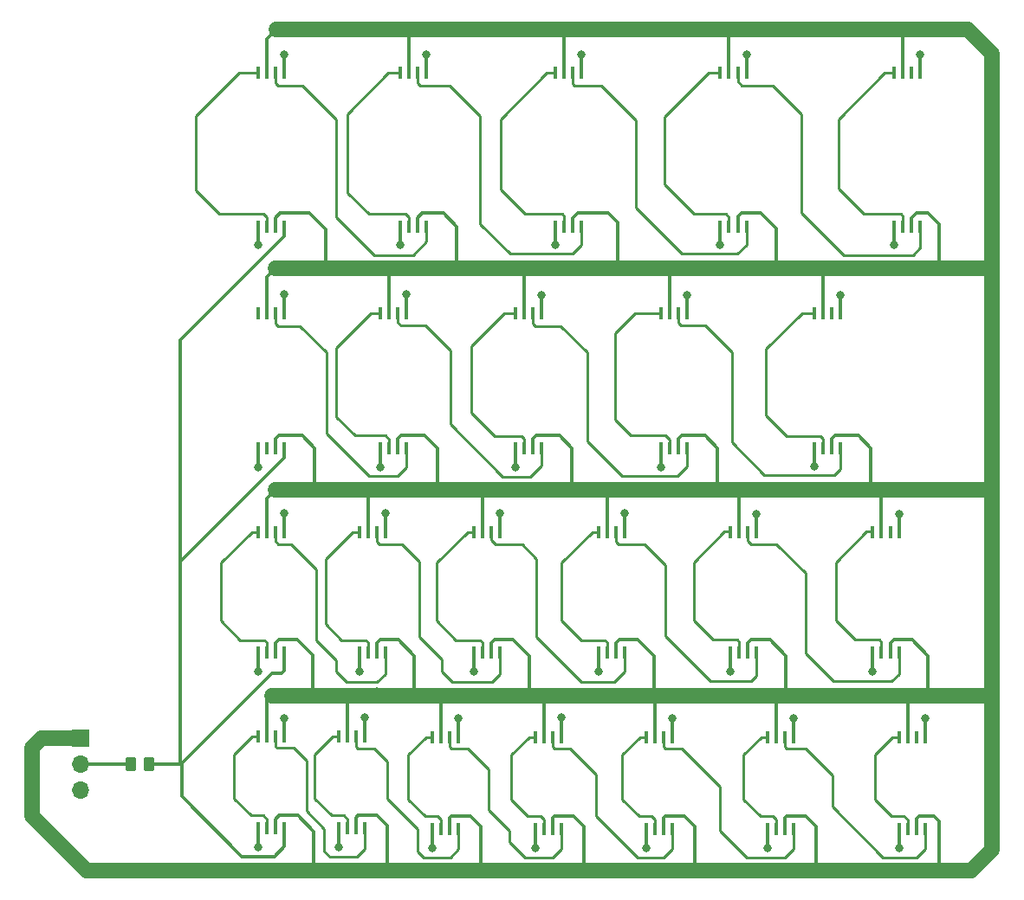
<source format=gbr>
%TF.GenerationSoftware,KiCad,Pcbnew,(6.0.0)*%
%TF.CreationDate,2022-01-22T08:46:37+01:00*%
%TF.ProjectId,CNLJS_test_LEDice_dual,434e4c4a-535f-4746-9573-745f4c454469,rev?*%
%TF.SameCoordinates,Original*%
%TF.FileFunction,Copper,L1,Top*%
%TF.FilePolarity,Positive*%
%FSLAX46Y46*%
G04 Gerber Fmt 4.6, Leading zero omitted, Abs format (unit mm)*
G04 Created by KiCad (PCBNEW (6.0.0)) date 2022-01-22 08:46:37*
%MOMM*%
%LPD*%
G01*
G04 APERTURE LIST*
G04 Aperture macros list*
%AMRoundRect*
0 Rectangle with rounded corners*
0 $1 Rounding radius*
0 $2 $3 $4 $5 $6 $7 $8 $9 X,Y pos of 4 corners*
0 Add a 4 corners polygon primitive as box body*
4,1,4,$2,$3,$4,$5,$6,$7,$8,$9,$2,$3,0*
0 Add four circle primitives for the rounded corners*
1,1,$1+$1,$2,$3*
1,1,$1+$1,$4,$5*
1,1,$1+$1,$6,$7*
1,1,$1+$1,$8,$9*
0 Add four rect primitives between the rounded corners*
20,1,$1+$1,$2,$3,$4,$5,0*
20,1,$1+$1,$4,$5,$6,$7,0*
20,1,$1+$1,$6,$7,$8,$9,0*
20,1,$1+$1,$8,$9,$2,$3,0*%
G04 Aperture macros list end*
%TA.AperFunction,SMDPad,CuDef*%
%ADD10R,0.420000X1.300000*%
%TD*%
%TA.AperFunction,ComponentPad*%
%ADD11R,1.700000X1.700000*%
%TD*%
%TA.AperFunction,ComponentPad*%
%ADD12O,1.700000X1.700000*%
%TD*%
%TA.AperFunction,SMDPad,CuDef*%
%ADD13RoundRect,0.250000X-0.262500X-0.450000X0.262500X-0.450000X0.262500X0.450000X-0.262500X0.450000X0*%
%TD*%
%TA.AperFunction,ViaPad*%
%ADD14C,0.800000*%
%TD*%
%TA.AperFunction,Conductor*%
%ADD15C,0.254000*%
%TD*%
%TA.AperFunction,Conductor*%
%ADD16C,0.355600*%
%TD*%
%TA.AperFunction,Conductor*%
%ADD17C,1.524000*%
%TD*%
G04 APERTURE END LIST*
D10*
%TO.P,U23,1,DIN*%
%TO.N,Net-(U22-Pad5)*%
X201200000Y-69300000D03*
%TO.P,U23,2,VDD*%
%TO.N,VDD*%
X199500000Y-54300000D03*
X200350000Y-69300000D03*
%TO.P,U23,3*%
%TO.N,N/C*%
X198650000Y-54300000D03*
X199500000Y-69300000D03*
%TO.P,U23,4,VSS*%
%TO.N,GND*%
X201200000Y-54300000D03*
X198650000Y-69300000D03*
%TO.P,U23,5,DOUT*%
%TO.N,unconnected-(U23-Pad5)*%
X200350000Y-54300000D03*
%TD*%
%TO.P,U22,1,DIN*%
%TO.N,Net-(U21-Pad5)*%
X184200000Y-69300000D03*
%TO.P,U22,2,VDD*%
%TO.N,VDD*%
X182500000Y-54300000D03*
X183350000Y-69300000D03*
%TO.P,U22,3*%
%TO.N,N/C*%
X181650000Y-54300000D03*
X182500000Y-69300000D03*
%TO.P,U22,4,VSS*%
%TO.N,GND*%
X184200000Y-54300000D03*
X181650000Y-69300000D03*
%TO.P,U22,5,DOUT*%
%TO.N,Net-(U22-Pad5)*%
X183350000Y-54300000D03*
%TD*%
%TO.P,U21,1,DIN*%
%TO.N,Net-(U20-Pad5)*%
X168100000Y-69300000D03*
%TO.P,U21,2,VDD*%
%TO.N,VDD*%
X166400000Y-54300000D03*
X167250000Y-69300000D03*
%TO.P,U21,3*%
%TO.N,N/C*%
X165550000Y-54300000D03*
X166400000Y-69300000D03*
%TO.P,U21,4,VSS*%
%TO.N,GND*%
X168100000Y-54300000D03*
X165550000Y-69300000D03*
%TO.P,U21,5,DOUT*%
%TO.N,Net-(U21-Pad5)*%
X167250000Y-54300000D03*
%TD*%
%TO.P,U20,1,DIN*%
%TO.N,Net-(U19-Pad5)*%
X152900000Y-69300000D03*
%TO.P,U20,2,VDD*%
%TO.N,VDD*%
X151200000Y-54300000D03*
X152050000Y-69300000D03*
%TO.P,U20,3*%
%TO.N,N/C*%
X150350000Y-54300000D03*
X151200000Y-69300000D03*
%TO.P,U20,4,VSS*%
%TO.N,GND*%
X152900000Y-54300000D03*
X150350000Y-69300000D03*
%TO.P,U20,5,DOUT*%
%TO.N,Net-(U20-Pad5)*%
X152050000Y-54300000D03*
%TD*%
%TO.P,U19,1,DIN*%
%TO.N,Net-(R1-Pad2)*%
X139000000Y-69300000D03*
%TO.P,U19,2,VDD*%
%TO.N,VDD*%
X137300000Y-54300000D03*
X138150000Y-69300000D03*
%TO.P,U19,3*%
%TO.N,N/C*%
X136450000Y-54300000D03*
X137300000Y-69300000D03*
%TO.P,U19,4,VSS*%
%TO.N,GND*%
X139000000Y-54300000D03*
X136450000Y-69300000D03*
%TO.P,U19,5,DOUT*%
%TO.N,Net-(U19-Pad5)*%
X138150000Y-54300000D03*
%TD*%
%TO.P,U18,1,DIN*%
%TO.N,Net-(U17-Pad5)*%
X193400000Y-91000000D03*
%TO.P,U18,2,VDD*%
%TO.N,VDD*%
X191700000Y-77800000D03*
X192550000Y-91000000D03*
%TO.P,U18,3*%
%TO.N,N/C*%
X190850000Y-77800000D03*
X191700000Y-91000000D03*
%TO.P,U18,4,VSS*%
%TO.N,GND*%
X193400000Y-77800000D03*
X190850000Y-91000000D03*
%TO.P,U18,5,DOUT*%
%TO.N,unconnected-(U18-Pad5)*%
X192550000Y-77800000D03*
%TD*%
%TO.P,U17,1,DIN*%
%TO.N,Net-(U16-Pad5)*%
X178400000Y-91000000D03*
%TO.P,U17,2,VDD*%
%TO.N,VDD*%
X176700000Y-77800000D03*
X177550000Y-91000000D03*
%TO.P,U17,3*%
%TO.N,N/C*%
X175850000Y-77800000D03*
X176700000Y-91000000D03*
%TO.P,U17,4,VSS*%
%TO.N,GND*%
X178400000Y-77800000D03*
X175850000Y-91000000D03*
%TO.P,U17,5,DOUT*%
%TO.N,Net-(U17-Pad5)*%
X177550000Y-77800000D03*
%TD*%
%TO.P,U16,1,DIN*%
%TO.N,Net-(U15-Pad5)*%
X164200000Y-91000000D03*
%TO.P,U16,2,VDD*%
%TO.N,VDD*%
X162500000Y-77800000D03*
X163350000Y-91000000D03*
%TO.P,U16,3*%
%TO.N,N/C*%
X161650000Y-77800000D03*
X162500000Y-91000000D03*
%TO.P,U16,4,VSS*%
%TO.N,GND*%
X164200000Y-77800000D03*
X161650000Y-91000000D03*
%TO.P,U16,5,DOUT*%
%TO.N,Net-(U16-Pad5)*%
X163350000Y-77800000D03*
%TD*%
%TO.P,U15,1,DIN*%
%TO.N,Net-(U14-Pad5)*%
X151000000Y-91000000D03*
%TO.P,U15,2,VDD*%
%TO.N,VDD*%
X149300000Y-77800000D03*
X150150000Y-91000000D03*
%TO.P,U15,3*%
%TO.N,N/C*%
X148450000Y-77800000D03*
X149300000Y-91000000D03*
%TO.P,U15,4,VSS*%
%TO.N,GND*%
X151000000Y-77800000D03*
X148450000Y-91000000D03*
%TO.P,U15,5,DOUT*%
%TO.N,Net-(U15-Pad5)*%
X150150000Y-77800000D03*
%TD*%
%TO.P,U14,1,DIN*%
%TO.N,Net-(R1-Pad2)*%
X139050000Y-91000000D03*
%TO.P,U14,2,VDD*%
%TO.N,VDD*%
X137350000Y-77800000D03*
X138200000Y-91000000D03*
%TO.P,U14,3*%
%TO.N,N/C*%
X136500000Y-77800000D03*
X137350000Y-91000000D03*
%TO.P,U14,4,VSS*%
%TO.N,GND*%
X139050000Y-77800000D03*
X136500000Y-91000000D03*
%TO.P,U14,5,DOUT*%
%TO.N,Net-(U14-Pad5)*%
X138200000Y-77800000D03*
%TD*%
%TO.P,U13,1,DIN*%
%TO.N,Net-(U12-Pad5)*%
X199100000Y-111000000D03*
%TO.P,U13,2,VDD*%
%TO.N,VDD*%
X197400000Y-99200000D03*
X198250000Y-111000000D03*
%TO.P,U13,3*%
%TO.N,N/C*%
X196550000Y-99200000D03*
X197400000Y-111000000D03*
%TO.P,U13,4,VSS*%
%TO.N,GND*%
X199100000Y-99200000D03*
X196550000Y-111000000D03*
%TO.P,U13,5,DOUT*%
%TO.N,unconnected-(U13-Pad5)*%
X198250000Y-99200000D03*
%TD*%
%TO.P,U7,5,DOUT*%
%TO.N,unconnected-(U7-Pad5)*%
X200800000Y-119250000D03*
%TO.P,U7,4,VSS*%
%TO.N,GND*%
X199100000Y-128250000D03*
X201650000Y-119250000D03*
%TO.P,U7,3*%
%TO.N,N/C*%
X199950000Y-128250000D03*
X199100000Y-119250000D03*
%TO.P,U7,2,VDD*%
%TO.N,VDD*%
X199950000Y-119250000D03*
X200800000Y-128250000D03*
%TO.P,U7,1,DIN*%
%TO.N,Net-(U6-Pad5)*%
X201650000Y-128250000D03*
%TD*%
%TO.P,U5,5,DOUT*%
%TO.N,Net-(U5-Pad5)*%
X176100000Y-119250000D03*
%TO.P,U5,4,VSS*%
%TO.N,GND*%
X174400000Y-128250000D03*
X176950000Y-119250000D03*
%TO.P,U5,3*%
%TO.N,N/C*%
X175250000Y-128250000D03*
X174400000Y-119250000D03*
%TO.P,U5,2,VDD*%
%TO.N,VDD*%
X175250000Y-119250000D03*
X176100000Y-128250000D03*
%TO.P,U5,1,DIN*%
%TO.N,Net-(U4-Pad5)*%
X176950000Y-128250000D03*
%TD*%
%TO.P,U3,5,DOUT*%
%TO.N,Net-(U3-Pad5)*%
X155200000Y-119250000D03*
%TO.P,U3,4,VSS*%
%TO.N,GND*%
X156050000Y-119250000D03*
X153500000Y-128250000D03*
%TO.P,U3,3*%
%TO.N,N/C*%
X153500000Y-119250000D03*
X154350000Y-128250000D03*
%TO.P,U3,2,VDD*%
%TO.N,VDD*%
X154350000Y-119250000D03*
X155200000Y-128250000D03*
%TO.P,U3,1,DIN*%
%TO.N,Net-(U2-Pad5)*%
X156050000Y-128250000D03*
%TD*%
%TO.P,U1,1,DIN*%
%TO.N,Net-(R1-Pad2)*%
X139050000Y-128198000D03*
%TO.P,U1,2,VDD*%
%TO.N,VDD*%
X137350000Y-119198000D03*
X138200000Y-128198000D03*
%TO.P,U1,3*%
%TO.N,N/C*%
X136500000Y-119198000D03*
X137350000Y-128198000D03*
%TO.P,U1,4,VSS*%
%TO.N,GND*%
X136500000Y-128198000D03*
X139050000Y-119198000D03*
%TO.P,U1,5,DOUT*%
%TO.N,Net-(U1-Pad5)*%
X138200000Y-119198000D03*
%TD*%
%TO.P,U2,1,DIN*%
%TO.N,Net-(U1-Pad5)*%
X146900000Y-128200000D03*
%TO.P,U2,2,VDD*%
%TO.N,VDD*%
X145200000Y-119200000D03*
X146050000Y-128200000D03*
%TO.P,U2,3*%
%TO.N,N/C*%
X144350000Y-119200000D03*
X145200000Y-128200000D03*
%TO.P,U2,4,VSS*%
%TO.N,GND*%
X146900000Y-119200000D03*
X144350000Y-128200000D03*
%TO.P,U2,5,DOUT*%
%TO.N,Net-(U2-Pad5)*%
X146050000Y-119200000D03*
%TD*%
%TO.P,U4,5,DOUT*%
%TO.N,Net-(U4-Pad5)*%
X165250000Y-119250000D03*
%TO.P,U4,4,VSS*%
%TO.N,GND*%
X163550000Y-128250000D03*
X166100000Y-119250000D03*
%TO.P,U4,3*%
%TO.N,N/C*%
X163550000Y-119250000D03*
X164400000Y-128250000D03*
%TO.P,U4,2,VDD*%
%TO.N,VDD*%
X164400000Y-119250000D03*
X165250000Y-128250000D03*
%TO.P,U4,1,DIN*%
%TO.N,Net-(U3-Pad5)*%
X166100000Y-128250000D03*
%TD*%
%TO.P,U10,1,DIN*%
%TO.N,Net-(U10-Pad1)*%
X160100000Y-111000000D03*
%TO.P,U10,2,VDD*%
%TO.N,VDD*%
X158400000Y-99200000D03*
X159250000Y-111000000D03*
%TO.P,U10,3*%
%TO.N,N/C*%
X158400000Y-111000000D03*
X157550000Y-99200000D03*
%TO.P,U10,4,VSS*%
%TO.N,GND*%
X157550000Y-111000000D03*
X160100000Y-99200000D03*
%TO.P,U10,5,DOUT*%
%TO.N,Net-(U10-Pad5)*%
X159250000Y-99200000D03*
%TD*%
%TO.P,U9,5,DOUT*%
%TO.N,Net-(U10-Pad1)*%
X148050000Y-99200000D03*
%TO.P,U9,4,VSS*%
%TO.N,GND*%
X148900000Y-99200000D03*
X146350000Y-111000000D03*
%TO.P,U9,3*%
%TO.N,N/C*%
X147200000Y-111000000D03*
X146350000Y-99200000D03*
%TO.P,U9,2,VDD*%
%TO.N,VDD*%
X148050000Y-111000000D03*
X147200000Y-99200000D03*
%TO.P,U9,1,DIN*%
%TO.N,Net-(U8-Pad5)*%
X148900000Y-111000000D03*
%TD*%
%TO.P,U12,1,DIN*%
%TO.N,Net-(U11-Pad5)*%
X185200000Y-111000000D03*
%TO.P,U12,2,VDD*%
%TO.N,VDD*%
X184350000Y-111000000D03*
X183500000Y-99200000D03*
%TO.P,U12,3*%
%TO.N,N/C*%
X183500000Y-111000000D03*
X182650000Y-99200000D03*
%TO.P,U12,4,VSS*%
%TO.N,GND*%
X185200000Y-99200000D03*
X182650000Y-111000000D03*
%TO.P,U12,5,DOUT*%
%TO.N,Net-(U12-Pad5)*%
X184350000Y-99200000D03*
%TD*%
D11*
%TO.P,J1,1,Pin_1*%
%TO.N,VDD*%
X119094000Y-119380000D03*
D12*
%TO.P,J1,2,Pin_2*%
%TO.N,Net-(J1-Pad2)*%
X119094000Y-121920000D03*
%TO.P,J1,3,Pin_3*%
%TO.N,GND*%
X119094000Y-124460000D03*
%TD*%
D13*
%TO.P,R1,1*%
%TO.N,Net-(J1-Pad2)*%
X124023500Y-121920000D03*
%TO.P,R1,2*%
%TO.N,Net-(R1-Pad2)*%
X125848500Y-121920000D03*
%TD*%
D10*
%TO.P,U6,5,DOUT*%
%TO.N,Net-(U6-Pad5)*%
X187950000Y-119250000D03*
%TO.P,U6,4,VSS*%
%TO.N,GND*%
X186250000Y-128250000D03*
X188800000Y-119250000D03*
%TO.P,U6,3*%
%TO.N,N/C*%
X186250000Y-119250000D03*
X187100000Y-128250000D03*
%TO.P,U6,2,VDD*%
%TO.N,VDD*%
X187100000Y-119250000D03*
X187950000Y-128250000D03*
%TO.P,U6,1,DIN*%
%TO.N,Net-(U5-Pad5)*%
X188800000Y-128250000D03*
%TD*%
%TO.P,U8,1,DIN*%
%TO.N,Net-(R1-Pad2)*%
X139000000Y-111000000D03*
%TO.P,U8,2,VDD*%
%TO.N,VDD*%
X137300000Y-99200000D03*
X138150000Y-111000000D03*
%TO.P,U8,3*%
%TO.N,N/C*%
X137300000Y-111000000D03*
X136450000Y-99200000D03*
%TO.P,U8,4,VSS*%
%TO.N,GND*%
X139000000Y-99200000D03*
X136450000Y-111000000D03*
%TO.P,U8,5,DOUT*%
%TO.N,Net-(U8-Pad5)*%
X138150000Y-99200000D03*
%TD*%
%TO.P,U11,1,DIN*%
%TO.N,Net-(U10-Pad5)*%
X172300000Y-111000000D03*
%TO.P,U11,2,VDD*%
%TO.N,VDD*%
X171450000Y-111000000D03*
X170600000Y-99200000D03*
%TO.P,U11,3*%
%TO.N,N/C*%
X170600000Y-111000000D03*
X169750000Y-99200000D03*
%TO.P,U11,4,VSS*%
%TO.N,GND*%
X172300000Y-99200000D03*
X169750000Y-111000000D03*
%TO.P,U11,5,DOUT*%
%TO.N,Net-(U11-Pad5)*%
X171450000Y-99200000D03*
%TD*%
D14*
%TO.N,GND*%
X150350000Y-71152000D03*
X165550000Y-71152000D03*
X181650000Y-71152000D03*
X198650000Y-71152000D03*
X201200000Y-52448000D03*
X184200000Y-52448000D03*
X168100000Y-52448000D03*
X152900000Y-52448000D03*
X139000000Y-52448000D03*
X136450000Y-71152000D03*
X136450000Y-112862000D03*
X139050000Y-75949000D03*
X151000000Y-75924000D03*
X164200000Y-75999000D03*
X178400000Y-76049000D03*
X193400000Y-75999000D03*
X190850000Y-92826000D03*
X175850000Y-92851000D03*
X161650000Y-92851000D03*
X148450000Y-92851000D03*
X136500000Y-92851000D03*
X139000000Y-97349000D03*
X148900000Y-97349000D03*
X160100000Y-97349000D03*
X172300000Y-97374000D03*
X185200000Y-97424000D03*
X199100000Y-97449000D03*
X196550000Y-112851000D03*
X182650000Y-112851000D03*
X169750000Y-112851000D03*
X157550000Y-112876000D03*
X146350000Y-112851000D03*
X188800000Y-117400000D03*
X186250000Y-130100000D03*
X153500000Y-130150000D03*
X156050000Y-117400000D03*
X146900000Y-117350000D03*
X144350000Y-130050000D03*
X136500000Y-130050000D03*
X199100000Y-130150000D03*
X201650000Y-117400000D03*
X163550000Y-130100000D03*
X166100000Y-117350000D03*
X176950000Y-117400000D03*
X174400000Y-130100000D03*
X139050000Y-117400000D03*
%TD*%
D15*
%TO.N,*%
X197700000Y-54300000D02*
X198650000Y-54300000D01*
X199300000Y-68100000D02*
X195700000Y-68100000D01*
X195700000Y-68100000D02*
X193200000Y-65600000D01*
X199500000Y-68300000D02*
X199300000Y-68100000D01*
X193200000Y-58800000D02*
X197700000Y-54300000D01*
X199500000Y-69300000D02*
X199500000Y-68300000D01*
X193200000Y-65600000D02*
X193200000Y-58800000D01*
X180500000Y-54300000D02*
X181650000Y-54300000D01*
X176200000Y-58600000D02*
X180500000Y-54300000D01*
X179100000Y-68100000D02*
X176200000Y-65200000D01*
X182200000Y-68100000D02*
X179100000Y-68100000D01*
X176200000Y-65200000D02*
X176200000Y-58600000D01*
X182500000Y-69300000D02*
X182500000Y-68400000D01*
X182500000Y-68400000D02*
X182200000Y-68100000D01*
X164700000Y-54300000D02*
X165550000Y-54300000D01*
X162600000Y-68100000D02*
X160200000Y-65700000D01*
X166200000Y-68100000D02*
X162600000Y-68100000D01*
X160200000Y-65700000D02*
X160200000Y-58800000D01*
X160200000Y-58800000D02*
X164700000Y-54300000D01*
X166400000Y-69300000D02*
X166400000Y-68300000D01*
X166400000Y-68300000D02*
X166200000Y-68100000D01*
X149200000Y-54300000D02*
X150350000Y-54300000D01*
X145200000Y-66000000D02*
X145200000Y-58300000D01*
X145200000Y-58300000D02*
X149200000Y-54300000D01*
X150900000Y-68100000D02*
X147300000Y-68100000D01*
X151200000Y-68400000D02*
X150900000Y-68100000D01*
X151200000Y-69300000D02*
X151200000Y-68400000D01*
X147300000Y-68100000D02*
X145200000Y-66000000D01*
X134600000Y-54300000D02*
X136450000Y-54300000D01*
X130400000Y-65800000D02*
X130400000Y-58500000D01*
X130400000Y-58500000D02*
X134600000Y-54300000D01*
X132700000Y-68100000D02*
X130400000Y-65800000D01*
X137300000Y-69300000D02*
X137300000Y-68400000D01*
X137300000Y-68400000D02*
X137000000Y-68100000D01*
X137000000Y-68100000D02*
X132700000Y-68100000D01*
%TO.N,Net-(U22-Pad5)*%
X201200000Y-71400000D02*
X201200000Y-69300000D01*
X189600000Y-68000000D02*
X193700000Y-72100000D01*
X186800000Y-55500000D02*
X189600000Y-58300000D01*
X189600000Y-58300000D02*
X189600000Y-68000000D01*
X200500000Y-72100000D02*
X201200000Y-71400000D01*
X183700000Y-55500000D02*
X186800000Y-55500000D01*
X183350000Y-55150000D02*
X183700000Y-55500000D01*
X193700000Y-72100000D02*
X200500000Y-72100000D01*
X183350000Y-54300000D02*
X183350000Y-55150000D01*
%TO.N,Net-(U21-Pad5)*%
X167250000Y-55350000D02*
X167250000Y-54300000D01*
X167400000Y-55500000D02*
X167250000Y-55350000D01*
X173400000Y-67500000D02*
X173400000Y-58900000D01*
X173400000Y-58900000D02*
X170000000Y-55500000D01*
X170000000Y-55500000D02*
X167400000Y-55500000D01*
X183300000Y-72000000D02*
X177900000Y-72000000D01*
X177900000Y-72000000D02*
X173400000Y-67500000D01*
X184200000Y-69300000D02*
X184200000Y-71100000D01*
X184200000Y-71100000D02*
X183300000Y-72000000D01*
%TO.N,Net-(U20-Pad5)*%
X168100000Y-71100000D02*
X168100000Y-69300000D01*
X167200000Y-72000000D02*
X168100000Y-71100000D01*
X161100000Y-72000000D02*
X167200000Y-72000000D01*
X158200000Y-69100000D02*
X161100000Y-72000000D01*
X158200000Y-58500000D02*
X158200000Y-69100000D01*
X155200000Y-55500000D02*
X158200000Y-58500000D01*
X152300000Y-55500000D02*
X155200000Y-55500000D01*
X152050000Y-55250000D02*
X152300000Y-55500000D01*
X152050000Y-54300000D02*
X152050000Y-55250000D01*
%TO.N,Net-(U19-Pad5)*%
X152900000Y-70800000D02*
X152900000Y-69300000D01*
X151600000Y-72100000D02*
X152900000Y-70800000D01*
X147800000Y-72100000D02*
X151600000Y-72100000D01*
X144100000Y-68400000D02*
X147800000Y-72100000D01*
X144100000Y-58800000D02*
X144100000Y-68400000D01*
X140800000Y-55500000D02*
X144100000Y-58800000D01*
X138400000Y-55500000D02*
X140800000Y-55500000D01*
X138150000Y-55250000D02*
X138400000Y-55500000D01*
X138150000Y-54300000D02*
X138150000Y-55250000D01*
D16*
%TO.N,Net-(R1-Pad2)*%
X128905000Y-80395000D02*
X128905000Y-102095000D01*
X139000000Y-70300000D02*
X128905000Y-80395000D01*
X139000000Y-69300000D02*
X139000000Y-70300000D01*
%TO.N,VDD*%
X201900000Y-68000000D02*
X203000000Y-69100000D01*
D17*
X191400000Y-73400000D02*
X203000000Y-73400000D01*
D16*
X203000000Y-69100000D02*
X203000000Y-73400000D01*
X200800000Y-68000000D02*
X201900000Y-68000000D01*
X200350000Y-68450000D02*
X200800000Y-68000000D01*
X200350000Y-69300000D02*
X200350000Y-68450000D01*
D17*
X203000000Y-73400000D02*
X207900000Y-73400000D01*
D16*
X187100000Y-69500000D02*
X187100000Y-73400000D01*
D17*
X187100000Y-73400000D02*
X191400000Y-73400000D01*
X176900000Y-73400000D02*
X187100000Y-73400000D01*
D16*
X183700000Y-68000000D02*
X185600000Y-68000000D01*
X183350000Y-68350000D02*
X183700000Y-68000000D01*
X185600000Y-68000000D02*
X187100000Y-69500000D01*
X183350000Y-69300000D02*
X183350000Y-68350000D01*
D17*
X171600000Y-73400000D02*
X176900000Y-73400000D01*
D16*
X170700000Y-68000000D02*
X171600000Y-68900000D01*
D17*
X162900000Y-73400000D02*
X171600000Y-73400000D01*
D16*
X167700000Y-68000000D02*
X170700000Y-68000000D01*
X171600000Y-68900000D02*
X171600000Y-73400000D01*
X167250000Y-68450000D02*
X167700000Y-68000000D01*
X167250000Y-69300000D02*
X167250000Y-68450000D01*
X154600000Y-68000000D02*
X155900000Y-69300000D01*
X155900000Y-69300000D02*
X155900000Y-73400000D01*
D17*
X155900000Y-73400000D02*
X162900000Y-73400000D01*
X149500000Y-73400000D02*
X155900000Y-73400000D01*
D16*
X152500000Y-68000000D02*
X154600000Y-68000000D01*
X152050000Y-68450000D02*
X152500000Y-68000000D01*
X152050000Y-69300000D02*
X152050000Y-68450000D01*
X143100000Y-69600000D02*
X143100000Y-73400000D01*
X141500000Y-68000000D02*
X143100000Y-69600000D01*
X138600000Y-68000000D02*
X141500000Y-68000000D01*
X138150000Y-68450000D02*
X138600000Y-68000000D01*
X138150000Y-69300000D02*
X138150000Y-68450000D01*
D17*
X138200000Y-73400000D02*
X143100000Y-73400000D01*
X143100000Y-73400000D02*
X149500000Y-73400000D01*
X207900000Y-73400000D02*
X208200000Y-73100000D01*
X208200000Y-73100000D02*
X208200000Y-52400000D01*
X208200000Y-78400000D02*
X208200000Y-73100000D01*
D16*
X199500000Y-50200000D02*
X199300000Y-50000000D01*
D17*
X199300000Y-50000000D02*
X182400000Y-50000000D01*
X205800000Y-50000000D02*
X199300000Y-50000000D01*
D16*
X199500000Y-54300000D02*
X199500000Y-50200000D01*
X182500000Y-54300000D02*
X182500000Y-50100000D01*
D17*
X182400000Y-50000000D02*
X165900000Y-50000000D01*
D16*
X182500000Y-50100000D02*
X182400000Y-50000000D01*
X166400000Y-50500000D02*
X165900000Y-50000000D01*
X166400000Y-54300000D02*
X166400000Y-50500000D01*
D17*
X165900000Y-50000000D02*
X151100000Y-50000000D01*
D16*
X151200000Y-54300000D02*
X151200000Y-50100000D01*
X151200000Y-50100000D02*
X151100000Y-50000000D01*
D17*
X151100000Y-50000000D02*
X138300000Y-50000000D01*
D16*
X137300000Y-51000000D02*
X138300000Y-50000000D01*
X137300000Y-54300000D02*
X137300000Y-51000000D01*
D17*
X208200000Y-52400000D02*
X205800000Y-50000000D01*
D16*
%TO.N,GND*%
X150350000Y-69300000D02*
X150350000Y-71152000D01*
X165550000Y-69300000D02*
X165550000Y-71152000D01*
X181650000Y-69300000D02*
X181650000Y-71152000D01*
X198650000Y-69300000D02*
X198650000Y-71152000D01*
X201200000Y-54300000D02*
X201200000Y-52448000D01*
X184200000Y-54300000D02*
X184200000Y-52448000D01*
X168100000Y-54300000D02*
X168100000Y-52448000D01*
X152900000Y-54300000D02*
X152900000Y-52448000D01*
X139000000Y-54300000D02*
X139000000Y-52448000D01*
X136450000Y-69300000D02*
X136450000Y-71152000D01*
D15*
%TO.N,*%
X189630000Y-77800000D02*
X190850000Y-77800000D01*
X186130000Y-81300000D02*
X189630000Y-77800000D01*
X186130000Y-87790000D02*
X186130000Y-81300000D01*
X188140000Y-89800000D02*
X186130000Y-87790000D01*
X191430000Y-89800000D02*
X188140000Y-89800000D01*
X191700000Y-90070000D02*
X191430000Y-89800000D01*
X191700000Y-91000000D02*
X191700000Y-90070000D01*
X173280000Y-77800000D02*
X175850000Y-77800000D01*
X176300000Y-89760000D02*
X172900000Y-89760000D01*
X171350000Y-88210000D02*
X171350000Y-79730000D01*
X176700000Y-90160000D02*
X176300000Y-89760000D01*
X172900000Y-89760000D02*
X171350000Y-88210000D01*
X171350000Y-79730000D02*
X173280000Y-77800000D01*
X176700000Y-91000000D02*
X176700000Y-90160000D01*
X159600000Y-89810000D02*
X157330000Y-87540000D01*
X157330000Y-87540000D02*
X157330000Y-80990000D01*
X162240000Y-89810000D02*
X159600000Y-89810000D01*
X162500000Y-90070000D02*
X162240000Y-89810000D01*
X160520000Y-77800000D02*
X161650000Y-77800000D01*
X162500000Y-91000000D02*
X162500000Y-90070000D01*
X157330000Y-80990000D02*
X160520000Y-77800000D01*
X147530000Y-77800000D02*
X148450000Y-77800000D01*
X144140000Y-81190000D02*
X147530000Y-77800000D01*
X148900000Y-89780000D02*
X145990000Y-89780000D01*
X149300000Y-90180000D02*
X148900000Y-89780000D01*
X149300000Y-91000000D02*
X149300000Y-90180000D01*
X145990000Y-89780000D02*
X144140000Y-87930000D01*
X144140000Y-87930000D02*
X144140000Y-81190000D01*
%TO.N,Net-(U17-Pad5)*%
X193400000Y-93010000D02*
X193400000Y-91000000D01*
X185960000Y-93640000D02*
X192770000Y-93640000D01*
X182770000Y-90450000D02*
X185960000Y-93640000D01*
X182770000Y-81590000D02*
X182770000Y-90450000D01*
X177830000Y-79030000D02*
X180210000Y-79030000D01*
X180210000Y-79030000D02*
X182770000Y-81590000D01*
X177550000Y-78750000D02*
X177830000Y-79030000D01*
X192770000Y-93640000D02*
X193400000Y-93010000D01*
X177550000Y-77800000D02*
X177550000Y-78750000D01*
%TO.N,Net-(U16-Pad5)*%
X178400000Y-92790000D02*
X178400000Y-91000000D01*
X177450000Y-93740000D02*
X178400000Y-92790000D01*
X172050000Y-93740000D02*
X177450000Y-93740000D01*
X168630000Y-90320000D02*
X172050000Y-93740000D01*
X168630000Y-81640000D02*
X168630000Y-90320000D01*
X166040000Y-79050000D02*
X168630000Y-81640000D01*
X163610000Y-79050000D02*
X166040000Y-79050000D01*
X163350000Y-78790000D02*
X163610000Y-79050000D01*
X163350000Y-77800000D02*
X163350000Y-78790000D01*
%TO.N,Net-(U15-Pad5)*%
X164200000Y-92690000D02*
X164200000Y-91000000D01*
X163100000Y-93790000D02*
X164200000Y-92690000D01*
X155240000Y-88650000D02*
X160380000Y-93790000D01*
X155240000Y-81480000D02*
X155240000Y-88650000D01*
X160380000Y-93790000D02*
X163100000Y-93790000D01*
X150150000Y-78740000D02*
X150440000Y-79030000D01*
X150440000Y-79030000D02*
X152790000Y-79030000D01*
X152790000Y-79030000D02*
X155240000Y-81480000D01*
X150150000Y-77800000D02*
X150150000Y-78740000D01*
%TO.N,Net-(U14-Pad5)*%
X151000000Y-92860000D02*
X151000000Y-91000000D01*
X150100000Y-93760000D02*
X151000000Y-92860000D01*
X147320000Y-93760000D02*
X150100000Y-93760000D01*
X143140000Y-81610000D02*
X143140000Y-89580000D01*
X143140000Y-89580000D02*
X147320000Y-93760000D01*
X138430000Y-79040000D02*
X140570000Y-79040000D01*
X140570000Y-79040000D02*
X143140000Y-81610000D01*
X138200000Y-78810000D02*
X138430000Y-79040000D01*
X138200000Y-77800000D02*
X138200000Y-78810000D01*
%TO.N,*%
X137300000Y-111000000D02*
X137300000Y-110000000D01*
D16*
%TO.N,GND*%
X136450000Y-111010000D02*
X136450000Y-112862000D01*
%TO.N,VDD*%
X191700000Y-73700000D02*
X191400000Y-73400000D01*
X191700000Y-77800000D02*
X191700000Y-73700000D01*
X176700000Y-77800000D02*
X176700000Y-73600000D01*
X176700000Y-73600000D02*
X176900000Y-73400000D01*
X162500000Y-73800000D02*
X162900000Y-73400000D01*
X162500000Y-77800000D02*
X162500000Y-73800000D01*
X149300000Y-73600000D02*
X149500000Y-73400000D01*
X149300000Y-77800000D02*
X149300000Y-73600000D01*
X137350000Y-74250000D02*
X138200000Y-73400000D01*
X137350000Y-77800000D02*
X137350000Y-74250000D01*
D17*
X183350000Y-95100000D02*
X208100000Y-95100000D01*
X208200000Y-95000000D02*
X208200000Y-97700000D01*
X208100000Y-95100000D02*
X208200000Y-95000000D01*
X208200000Y-78400000D02*
X208200000Y-95000000D01*
D16*
X196375000Y-90975000D02*
X196375000Y-95100000D01*
X195150000Y-89750000D02*
X196375000Y-90975000D01*
X192550000Y-90075000D02*
X192875000Y-89750000D01*
X192550000Y-91000000D02*
X192550000Y-90075000D01*
X192875000Y-89750000D02*
X195150000Y-89750000D01*
X181375000Y-90975000D02*
X181375000Y-95100000D01*
X180150000Y-89750000D02*
X181375000Y-90975000D01*
X177550000Y-90075000D02*
X177875000Y-89750000D01*
X177550000Y-91000000D02*
X177550000Y-90075000D01*
X177875000Y-89750000D02*
X180150000Y-89750000D01*
X167175000Y-90975000D02*
X167175000Y-95100000D01*
X165950000Y-89750000D02*
X167175000Y-90975000D01*
X163350000Y-90075000D02*
X163675000Y-89750000D01*
X163350000Y-91000000D02*
X163350000Y-90075000D01*
X163675000Y-89750000D02*
X165950000Y-89750000D01*
X153975000Y-90975000D02*
X153975000Y-95100000D01*
X152750000Y-89750000D02*
X153975000Y-90975000D01*
X150150000Y-90075000D02*
X150475000Y-89750000D01*
X150150000Y-91000000D02*
X150150000Y-90075000D01*
X150475000Y-89750000D02*
X152750000Y-89750000D01*
D17*
X147075000Y-95100000D02*
X142025000Y-95100000D01*
D16*
X142025000Y-90975000D02*
X142025000Y-95100000D01*
X138525000Y-89750000D02*
X140800000Y-89750000D01*
X138200000Y-90075000D02*
X138525000Y-89750000D01*
X140800000Y-89750000D02*
X142025000Y-90975000D01*
X138200000Y-91000000D02*
X138200000Y-90075000D01*
D17*
X142025000Y-95100000D02*
X138150000Y-95100000D01*
D16*
%TO.N,Net-(R1-Pad2)*%
X128905000Y-102095000D02*
X128905000Y-121920000D01*
X139050000Y-91950000D02*
X128905000Y-102095000D01*
X139050000Y-91000000D02*
X139050000Y-91950000D01*
%TO.N,GND*%
X139050000Y-77801000D02*
X139050000Y-75949000D01*
X151000000Y-77776000D02*
X151000000Y-75924000D01*
X164200000Y-77851000D02*
X164200000Y-75999000D01*
X178400000Y-77901000D02*
X178400000Y-76049000D01*
X193400000Y-77851000D02*
X193400000Y-75999000D01*
X190850000Y-90974000D02*
X190850000Y-92826000D01*
X175850000Y-90999000D02*
X175850000Y-92851000D01*
X161650000Y-90999000D02*
X161650000Y-92851000D01*
X148450000Y-90999000D02*
X148450000Y-92851000D01*
X136500000Y-90999000D02*
X136500000Y-92851000D01*
%TO.N,VDD*%
X197400000Y-95325000D02*
X197175000Y-95100000D01*
X197400000Y-99200000D02*
X197400000Y-95325000D01*
X183500000Y-99200000D02*
X183500000Y-95250000D01*
X183500000Y-95250000D02*
X183350000Y-95100000D01*
D17*
X183350000Y-95100000D02*
X170700000Y-95100000D01*
D16*
X170600000Y-99200000D02*
X170600000Y-95200000D01*
X170600000Y-95200000D02*
X170700000Y-95100000D01*
D17*
X170700000Y-95100000D02*
X158950000Y-95100000D01*
D16*
X158400000Y-95650000D02*
X158950000Y-95100000D01*
X158400000Y-99200000D02*
X158400000Y-95650000D01*
D17*
X158950000Y-95100000D02*
X147075000Y-95100000D01*
D16*
X147200000Y-95225000D02*
X147075000Y-95100000D01*
X147200000Y-99200000D02*
X147200000Y-95225000D01*
X137300000Y-95950000D02*
X138150000Y-95100000D01*
X137300000Y-99200000D02*
X137300000Y-95950000D01*
D15*
%TO.N,Net-(U12-Pad5)*%
X199100000Y-113100000D02*
X199100000Y-111000000D01*
X198400000Y-113800000D02*
X199100000Y-113100000D01*
X192675000Y-113800000D02*
X198400000Y-113800000D01*
X189975000Y-111100000D02*
X192675000Y-113800000D01*
X189975000Y-103225000D02*
X189975000Y-111100000D01*
X187150000Y-100400000D02*
X189975000Y-103225000D01*
X184650000Y-100400000D02*
X187150000Y-100400000D01*
X184350000Y-100100000D02*
X184650000Y-100400000D01*
X184350000Y-99200000D02*
X184350000Y-100100000D01*
%TO.N,Net-(U11-Pad5)*%
X185200000Y-113300000D02*
X185200000Y-111000000D01*
X184700000Y-113800000D02*
X185200000Y-113300000D01*
X180675000Y-113800000D02*
X184700000Y-113800000D01*
X176275000Y-109400000D02*
X180675000Y-113800000D01*
X176275000Y-102425000D02*
X176275000Y-109400000D01*
X174250000Y-100400000D02*
X176275000Y-102425000D01*
X171725000Y-100400000D02*
X174250000Y-100400000D01*
X171450000Y-100125000D02*
X171725000Y-100400000D01*
X171450000Y-99200000D02*
X171450000Y-100125000D01*
%TO.N,Net-(U10-Pad5)*%
X172300000Y-112875000D02*
X172300000Y-111000000D01*
X171325000Y-113850000D02*
X172300000Y-112875000D01*
X168075000Y-113850000D02*
X171325000Y-113850000D01*
X163700000Y-109475000D02*
X168075000Y-113850000D01*
X163700000Y-101825000D02*
X163700000Y-109475000D01*
X159700000Y-100425000D02*
X162300000Y-100425000D01*
X159250000Y-99975000D02*
X159700000Y-100425000D01*
X159250000Y-99200000D02*
X159250000Y-99975000D01*
X162300000Y-100425000D02*
X163700000Y-101825000D01*
%TO.N,Net-(U10-Pad1)*%
X160100000Y-113100000D02*
X160100000Y-111000000D01*
X159350000Y-113850000D02*
X160100000Y-113100000D01*
X155475000Y-113850000D02*
X159350000Y-113850000D01*
X154450000Y-112825000D02*
X155475000Y-113850000D01*
X154450000Y-111675000D02*
X154450000Y-112825000D01*
X152225000Y-109450000D02*
X154450000Y-111675000D01*
X152225000Y-102125000D02*
X152225000Y-109450000D01*
X150525000Y-100425000D02*
X152225000Y-102125000D01*
X148350000Y-100425000D02*
X150525000Y-100425000D01*
X148050000Y-100125000D02*
X148350000Y-100425000D01*
X148050000Y-99200000D02*
X148050000Y-100125000D01*
%TO.N,*%
X146975000Y-109775000D02*
X147200000Y-110000000D01*
X144625000Y-109775000D02*
X146975000Y-109775000D01*
X143087500Y-101862500D02*
X143087500Y-108237500D01*
X143087500Y-108237500D02*
X144625000Y-109775000D01*
X147200000Y-110000000D02*
X147200000Y-111000000D01*
X145750000Y-99200000D02*
X143087500Y-101862500D01*
X146350000Y-99200000D02*
X145750000Y-99200000D01*
%TO.N,Net-(U8-Pad5)*%
X148900000Y-113075000D02*
X148900000Y-111000000D01*
X148100000Y-113875000D02*
X148900000Y-113075000D01*
X145100000Y-113875000D02*
X148100000Y-113875000D01*
X144075000Y-111725000D02*
X144075000Y-112850000D01*
X142150000Y-109800000D02*
X144075000Y-111725000D01*
X142150000Y-102825000D02*
X142150000Y-109800000D01*
X144075000Y-112850000D02*
X145100000Y-113875000D01*
X139725000Y-100400000D02*
X142150000Y-102825000D01*
X138450000Y-100400000D02*
X139725000Y-100400000D01*
X138150000Y-100100000D02*
X138450000Y-100400000D01*
X138150000Y-99200000D02*
X138150000Y-100100000D01*
D16*
%TO.N,Net-(R1-Pad2)*%
X129000000Y-125050000D02*
X129000000Y-121825000D01*
X139050000Y-128198000D02*
X139050000Y-130000000D01*
X129162500Y-121662500D02*
X137825000Y-113000000D01*
X138100000Y-130950000D02*
X134900000Y-130950000D01*
X129000000Y-121825000D02*
X129162500Y-121662500D01*
X128905000Y-121920000D02*
X129162500Y-121662500D01*
X139050000Y-130000000D02*
X138100000Y-130950000D01*
X134900000Y-130950000D02*
X129000000Y-125050000D01*
X139000000Y-112775000D02*
X139000000Y-111000000D01*
X138775000Y-113000000D02*
X139000000Y-112775000D01*
X137825000Y-113000000D02*
X138775000Y-113000000D01*
X127470000Y-121920000D02*
X128905000Y-121920000D01*
D15*
%TO.N,*%
X192925000Y-107875000D02*
X192925000Y-102175000D01*
X197150000Y-109750000D02*
X194800000Y-109750000D01*
X197375000Y-110975000D02*
X197375000Y-109975000D01*
X192925000Y-102175000D02*
X195925000Y-99175000D01*
X194800000Y-109750000D02*
X192925000Y-107875000D01*
X197375000Y-109975000D02*
X197150000Y-109750000D01*
X195925000Y-99175000D02*
X196525000Y-99175000D01*
X179050000Y-107850000D02*
X179050000Y-102150000D01*
X183275000Y-109725000D02*
X180925000Y-109725000D01*
X183500000Y-110950000D02*
X183500000Y-109950000D01*
X179050000Y-102150000D02*
X182050000Y-99150000D01*
X180925000Y-109725000D02*
X179050000Y-107850000D01*
X183500000Y-109950000D02*
X183275000Y-109725000D01*
X182050000Y-99150000D02*
X182650000Y-99150000D01*
X166150000Y-107900000D02*
X166150000Y-102200000D01*
X170375000Y-109775000D02*
X168025000Y-109775000D01*
X170600000Y-111000000D02*
X170600000Y-110000000D01*
X166150000Y-102200000D02*
X169150000Y-99200000D01*
X168025000Y-109775000D02*
X166150000Y-107900000D01*
X170600000Y-110000000D02*
X170375000Y-109775000D01*
X169150000Y-99200000D02*
X169750000Y-99200000D01*
X153950000Y-107900000D02*
X153950000Y-102200000D01*
X158175000Y-109775000D02*
X155825000Y-109775000D01*
X158400000Y-111000000D02*
X158400000Y-110000000D01*
X153950000Y-102200000D02*
X156950000Y-99200000D01*
X155825000Y-109775000D02*
X153950000Y-107900000D01*
X158400000Y-110000000D02*
X158175000Y-109775000D01*
X156950000Y-99200000D02*
X157550000Y-99200000D01*
X135850000Y-99200000D02*
X136450000Y-99200000D01*
X132850000Y-102200000D02*
X135850000Y-99200000D01*
X132850000Y-107900000D02*
X132850000Y-102200000D01*
X137075000Y-109775000D02*
X134725000Y-109775000D01*
X137300000Y-110000000D02*
X137075000Y-109775000D01*
X134725000Y-109775000D02*
X132850000Y-107900000D01*
D16*
%TO.N,VDD*%
X198600000Y-109752000D02*
X198250000Y-110102000D01*
X201950000Y-114952000D02*
X201950000Y-111302000D01*
X201950000Y-111302000D02*
X200400000Y-109752000D01*
X198250000Y-110102000D02*
X198250000Y-111000000D01*
X200400000Y-109752000D02*
X198600000Y-109752000D01*
X184700000Y-109752000D02*
X184350000Y-110102000D01*
X188050000Y-114952000D02*
X188050000Y-111302000D01*
X188050000Y-111302000D02*
X186500000Y-109752000D01*
X184350000Y-110102000D02*
X184350000Y-111000000D01*
X186500000Y-109752000D02*
X184700000Y-109752000D01*
X171800000Y-109752000D02*
X171450000Y-110102000D01*
X175150000Y-114952000D02*
X175150000Y-111302000D01*
X175150000Y-111302000D02*
X173600000Y-109752000D01*
X171450000Y-110102000D02*
X171450000Y-111000000D01*
X173600000Y-109752000D02*
X171800000Y-109752000D01*
X159600000Y-109752000D02*
X159250000Y-110102000D01*
X162950000Y-114952000D02*
X162950000Y-111302000D01*
X162950000Y-111302000D02*
X161400000Y-109752000D01*
X159250000Y-110102000D02*
X159250000Y-111000000D01*
X161400000Y-109752000D02*
X159600000Y-109752000D01*
X148400000Y-109752000D02*
X148050000Y-110102000D01*
X151750000Y-114952000D02*
X151750000Y-111302000D01*
X151750000Y-111302000D02*
X150200000Y-109752000D01*
X148050000Y-110102000D02*
X148050000Y-111000000D01*
X150200000Y-109752000D02*
X148400000Y-109752000D01*
X138500000Y-109727000D02*
X138150000Y-110077000D01*
X141850000Y-114927000D02*
X141850000Y-111277000D01*
X141850000Y-111277000D02*
X140300000Y-109727000D01*
X138150000Y-110077000D02*
X138150000Y-110975000D01*
X140300000Y-109727000D02*
X138500000Y-109727000D01*
D15*
%TO.N,Net-(U3-Pad5)*%
X166100000Y-130250000D02*
X166100000Y-128250000D01*
X165300000Y-131050000D02*
X166100000Y-130250000D01*
X162550000Y-131050000D02*
X165300000Y-131050000D01*
X161012500Y-129512500D02*
X162550000Y-131050000D01*
X161012500Y-128437500D02*
X161012500Y-129512500D01*
X159000000Y-126425000D02*
X161012500Y-128437500D01*
X159000000Y-122450000D02*
X159000000Y-126425000D01*
X156950000Y-120400000D02*
X159000000Y-122450000D01*
X155350000Y-120400000D02*
X156950000Y-120400000D01*
X155200000Y-120250000D02*
X155350000Y-120400000D01*
X155200000Y-119250000D02*
X155200000Y-120250000D01*
D16*
%TO.N,GND*%
X139000000Y-99201000D02*
X139000000Y-97349000D01*
X148900000Y-99201000D02*
X148900000Y-97349000D01*
X160100000Y-99201000D02*
X160100000Y-97349000D01*
X172300000Y-99226000D02*
X172300000Y-97374000D01*
X185200000Y-99276000D02*
X185200000Y-97424000D01*
X199100000Y-99301000D02*
X199100000Y-97449000D01*
X196550000Y-110999000D02*
X196550000Y-112851000D01*
X182650000Y-110999000D02*
X182650000Y-112851000D01*
X169750000Y-110999000D02*
X169750000Y-112851000D01*
X157550000Y-111024000D02*
X157550000Y-112876000D01*
X146350000Y-110999000D02*
X146350000Y-112851000D01*
D17*
%TO.N,VDD*%
X200100000Y-115200000D02*
X208200000Y-115200000D01*
X208200000Y-115200000D02*
X208200000Y-97700000D01*
X208200000Y-130300000D02*
X208200000Y-115200000D01*
X198600000Y-115200000D02*
X184300000Y-115200000D01*
X200100000Y-115200000D02*
X198600000Y-115200000D01*
D16*
X198250000Y-114850000D02*
X198600000Y-115200000D01*
X184350000Y-115150000D02*
X184300000Y-115200000D01*
D17*
X184300000Y-115200000D02*
X171900000Y-115200000D01*
D16*
X171450000Y-114750000D02*
X171900000Y-115200000D01*
D17*
X171900000Y-115200000D02*
X159200000Y-115200000D01*
D16*
X159250000Y-115150000D02*
X159200000Y-115200000D01*
D17*
X159200000Y-115200000D02*
X148700000Y-115200000D01*
D16*
X148050000Y-114550000D02*
X148700000Y-115200000D01*
D17*
X148700000Y-115200000D02*
X137800000Y-115200000D01*
D16*
X138150000Y-114850000D02*
X137800000Y-115200000D01*
D17*
X206150000Y-132350000D02*
X208200000Y-130300000D01*
X202400000Y-132350000D02*
X206150000Y-132350000D01*
D16*
X199950000Y-115350000D02*
X200100000Y-115200000D01*
X199950000Y-119250000D02*
X199950000Y-115350000D01*
D17*
X202400000Y-132350000D02*
X149100000Y-132350000D01*
D15*
%TO.N,Net-(U6-Pad5)*%
X190000000Y-120400000D02*
X189700000Y-120400000D01*
X192600000Y-123000000D02*
X190000000Y-120400000D01*
X192600000Y-126100000D02*
X192600000Y-123000000D01*
X197550000Y-131050000D02*
X192600000Y-126100000D01*
X201650000Y-128250000D02*
X201650000Y-130250000D01*
X201650000Y-130250000D02*
X200850000Y-131050000D01*
X200850000Y-131050000D02*
X197550000Y-131050000D01*
%TO.N,Net-(U5-Pad5)*%
X188800000Y-130250000D02*
X188800000Y-128250000D01*
X181600000Y-128400000D02*
X184250000Y-131050000D01*
X181600000Y-124150000D02*
X181600000Y-128400000D01*
X177850000Y-120400000D02*
X181600000Y-124150000D01*
X188000000Y-131050000D02*
X188800000Y-130250000D01*
X176250000Y-120400000D02*
X177850000Y-120400000D01*
X176100000Y-120250000D02*
X176250000Y-120400000D01*
X176100000Y-119250000D02*
X176100000Y-120250000D01*
X184250000Y-131050000D02*
X188000000Y-131050000D01*
%TO.N,Net-(U4-Pad5)*%
X176950000Y-130250000D02*
X176950000Y-128250000D01*
X173550000Y-131050000D02*
X176150000Y-131050000D01*
X169500000Y-127000000D02*
X173550000Y-131050000D01*
X176150000Y-131050000D02*
X176950000Y-130250000D01*
X169500000Y-122900000D02*
X169500000Y-127000000D01*
X165400000Y-120400000D02*
X167000000Y-120400000D01*
X165250000Y-120250000D02*
X165400000Y-120400000D01*
X165250000Y-119250000D02*
X165250000Y-120250000D01*
X167000000Y-120400000D02*
X169500000Y-122900000D01*
%TO.N,Net-(U2-Pad5)*%
X149100000Y-125300000D02*
X149100000Y-124200000D01*
X152100000Y-128300000D02*
X149100000Y-125300000D01*
X152100000Y-130500000D02*
X152100000Y-128300000D01*
X155250000Y-131050000D02*
X152650000Y-131050000D01*
X156050000Y-130250000D02*
X155250000Y-131050000D01*
X156050000Y-128250000D02*
X156050000Y-130250000D01*
X152650000Y-131050000D02*
X152100000Y-130500000D01*
X149100000Y-124200000D02*
X149100000Y-121650000D01*
%TO.N,*%
X154350000Y-127352000D02*
X154350000Y-128250000D01*
X185552000Y-127002000D02*
X186750000Y-127002000D01*
X136500000Y-119200000D02*
X135902000Y-119200000D01*
X183900000Y-121002000D02*
X183900000Y-125350000D01*
X199100000Y-119250000D02*
X198502000Y-119250000D01*
X164400000Y-127352000D02*
X164400000Y-128250000D01*
X134150000Y-120952000D02*
X134150000Y-125300000D01*
X186250000Y-119250000D02*
X185652000Y-119250000D01*
X135902000Y-119200000D02*
X134150000Y-120952000D01*
X142000000Y-125300000D02*
X143652000Y-126952000D01*
X172050000Y-125350000D02*
X173702000Y-127002000D01*
X199950000Y-127352000D02*
X199950000Y-128250000D01*
X173702000Y-127002000D02*
X174900000Y-127002000D01*
X196750000Y-121002000D02*
X196750000Y-125350000D01*
X143652000Y-126952000D02*
X144850000Y-126952000D01*
X186750000Y-127002000D02*
X187100000Y-127352000D01*
X144350000Y-119200000D02*
X143752000Y-119200000D01*
X173802000Y-119250000D02*
X172050000Y-121002000D01*
X154000000Y-127002000D02*
X154350000Y-127352000D01*
X187100000Y-127352000D02*
X187100000Y-128250000D01*
X161200000Y-121002000D02*
X161200000Y-125350000D01*
X144850000Y-126952000D02*
X145200000Y-127302000D01*
X198402000Y-127002000D02*
X199600000Y-127002000D01*
X164050000Y-127002000D02*
X164400000Y-127352000D01*
X153500000Y-119250000D02*
X152902000Y-119250000D01*
X137000000Y-126952000D02*
X137350000Y-127302000D01*
X185652000Y-119250000D02*
X183900000Y-121002000D01*
X174400000Y-119250000D02*
X173802000Y-119250000D01*
X137350000Y-127302000D02*
X137350000Y-128200000D01*
X162852000Y-127002000D02*
X164050000Y-127002000D01*
X145200000Y-127302000D02*
X145200000Y-128200000D01*
X134150000Y-125300000D02*
X135802000Y-126952000D01*
X142000000Y-120952000D02*
X142000000Y-125300000D01*
X143752000Y-119200000D02*
X142000000Y-120952000D01*
X162952000Y-119250000D02*
X161200000Y-121002000D01*
X161200000Y-125350000D02*
X162852000Y-127002000D01*
X175250000Y-127352000D02*
X175250000Y-128250000D01*
X151150000Y-125350000D02*
X152802000Y-127002000D01*
X196750000Y-125350000D02*
X198402000Y-127002000D01*
X183900000Y-125350000D02*
X185552000Y-127002000D01*
X152902000Y-119250000D02*
X151150000Y-121002000D01*
X199600000Y-127002000D02*
X199950000Y-127352000D01*
X198502000Y-119250000D02*
X196750000Y-121002000D01*
X152802000Y-127002000D02*
X154000000Y-127002000D01*
X174900000Y-127002000D02*
X175250000Y-127352000D01*
X163550000Y-119250000D02*
X162952000Y-119250000D01*
X135802000Y-126952000D02*
X137000000Y-126952000D01*
X151150000Y-121002000D02*
X151150000Y-125350000D01*
X172050000Y-121002000D02*
X172050000Y-125350000D01*
D16*
%TO.N,Net-(R1-Pad2)*%
X125848500Y-121920000D02*
X127470000Y-121920000D01*
%TO.N,VDD*%
X146250000Y-126950000D02*
X148100000Y-126950000D01*
X137350000Y-115650000D02*
X137800000Y-115200000D01*
X190000000Y-127000000D02*
X191000000Y-128000000D01*
X167300000Y-127000000D02*
X168300000Y-128000000D01*
X165450000Y-127000000D02*
X167300000Y-127000000D01*
X203000000Y-131750000D02*
X202400000Y-132350000D01*
X141900000Y-128500000D02*
X140350000Y-126950000D01*
X165250000Y-128250000D02*
X165250000Y-127200000D01*
D17*
X115320000Y-119380000D02*
X114400000Y-120300000D01*
D16*
X176300000Y-127000000D02*
X178150000Y-127000000D01*
X179150000Y-128000000D02*
X179150000Y-132400000D01*
D17*
X119750000Y-132350000D02*
X141700000Y-132350000D01*
D16*
X154350000Y-119250000D02*
X154350000Y-115200000D01*
X148100000Y-126950000D02*
X149100000Y-127950000D01*
X165250000Y-127200000D02*
X165450000Y-127000000D01*
X140350000Y-126950000D02*
X138550000Y-126950000D01*
X178150000Y-127000000D02*
X179150000Y-128000000D01*
X187950000Y-128250000D02*
X187950000Y-127200000D01*
X138200000Y-127300000D02*
X138200000Y-128198000D01*
X203000000Y-127500000D02*
X203000000Y-131750000D01*
X202500000Y-127000000D02*
X203000000Y-127500000D01*
X201044400Y-127000000D02*
X202500000Y-127000000D01*
X164400000Y-115250000D02*
X164450000Y-115200000D01*
X145200000Y-119200000D02*
X145200000Y-115450000D01*
X187100000Y-119250000D02*
X187100000Y-115450000D01*
X155200000Y-128250000D02*
X155200000Y-127200000D01*
X202400000Y-132350000D02*
X200000000Y-132350000D01*
X155400000Y-127000000D02*
X157250000Y-127000000D01*
X149100000Y-127950000D02*
X149100000Y-132350000D01*
D17*
X114400000Y-127000000D02*
X119750000Y-132350000D01*
X141700000Y-132350000D02*
X149100000Y-132350000D01*
D16*
X175250000Y-119250000D02*
X175250000Y-115400000D01*
X158250000Y-128000000D02*
X158250000Y-132400000D01*
X164400000Y-119250000D02*
X164400000Y-115250000D01*
X168300000Y-128000000D02*
X168300000Y-132400000D01*
X176100000Y-127200000D02*
X176300000Y-127000000D01*
X141900000Y-132150000D02*
X141900000Y-128500000D01*
X138550000Y-126950000D02*
X138200000Y-127300000D01*
X200800000Y-127244400D02*
X201044400Y-127000000D01*
X176100000Y-128250000D02*
X176100000Y-127200000D01*
X155200000Y-127200000D02*
X155400000Y-127000000D01*
X145200000Y-115450000D02*
X144950000Y-115200000D01*
X137350000Y-119198000D02*
X137350000Y-115650000D01*
D17*
X119094000Y-119380000D02*
X115320000Y-119380000D01*
D16*
X188150000Y-127000000D02*
X190000000Y-127000000D01*
X187100000Y-115450000D02*
X187350000Y-115200000D01*
D17*
X114400000Y-120300000D02*
X114400000Y-127000000D01*
D16*
X141700000Y-132350000D02*
X141900000Y-132150000D01*
X200800000Y-128250000D02*
X200800000Y-127244400D01*
X191000000Y-128000000D02*
X191000000Y-132400000D01*
X187950000Y-127200000D02*
X188150000Y-127000000D01*
X157250000Y-127000000D02*
X158250000Y-128000000D01*
X146050000Y-127150000D02*
X146250000Y-126950000D01*
X146050000Y-128200000D02*
X146050000Y-127150000D01*
X175250000Y-115400000D02*
X175050000Y-115200000D01*
%TO.N,GND*%
X163550000Y-128248000D02*
X163550000Y-130100000D01*
X144350000Y-128198000D02*
X144350000Y-130050000D01*
X186250000Y-128248000D02*
X186250000Y-130100000D01*
X153500000Y-128298000D02*
X153500000Y-130150000D01*
X139050000Y-119252000D02*
X139050000Y-117400000D01*
X136500000Y-128198000D02*
X136500000Y-130050000D01*
X156050000Y-119252000D02*
X156050000Y-117400000D01*
X146900000Y-119202000D02*
X146900000Y-117350000D01*
X199100000Y-128298000D02*
X199100000Y-130150000D01*
X166100000Y-119202000D02*
X166100000Y-117350000D01*
X174400000Y-128248000D02*
X174400000Y-130100000D01*
X201650000Y-119252000D02*
X201650000Y-117400000D01*
X176950000Y-119252000D02*
X176950000Y-117400000D01*
X188800000Y-119252000D02*
X188800000Y-117400000D01*
D15*
%TO.N,Net-(U1-Pad5)*%
X143500000Y-131000000D02*
X142950000Y-130450000D01*
X138200000Y-120200000D02*
X138200000Y-119198000D01*
X146900000Y-130200000D02*
X146100000Y-131000000D01*
X146100000Y-131000000D02*
X143500000Y-131000000D01*
X138350000Y-120350000D02*
X138200000Y-120200000D01*
X146900000Y-128200000D02*
X146900000Y-130200000D01*
X141200000Y-121600000D02*
X139950000Y-120350000D01*
X139950000Y-120350000D02*
X138350000Y-120350000D01*
X141200000Y-126500000D02*
X141200000Y-121600000D01*
X142950000Y-128250000D02*
X141200000Y-126500000D01*
X142950000Y-130450000D02*
X142950000Y-128250000D01*
%TO.N,Net-(U2-Pad5)*%
X149100000Y-121650000D02*
X147850000Y-120400000D01*
X147850000Y-120400000D02*
X146250000Y-120400000D01*
X146050000Y-120200000D02*
X146050000Y-119200000D01*
X146250000Y-120400000D02*
X146050000Y-120200000D01*
%TO.N,Net-(U6-Pad5)*%
X189700000Y-120400000D02*
X188100000Y-120400000D01*
X187950000Y-119250000D02*
X187950000Y-120250000D01*
X187950000Y-120250000D02*
X188100000Y-120400000D01*
D16*
%TO.N,Net-(J1-Pad2)*%
X119094000Y-121920000D02*
X124023500Y-121920000D01*
%TD*%
M02*

</source>
